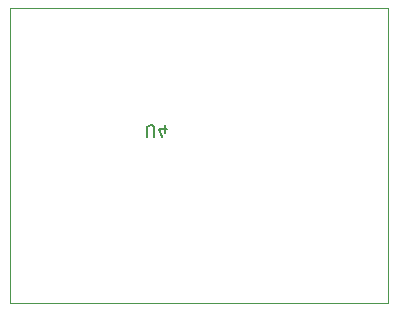
<source format=gbo>
G04 #@! TF.GenerationSoftware,KiCad,Pcbnew,(6.0.4)*
G04 #@! TF.CreationDate,2022-04-24T17:27:05+09:00*
G04 #@! TF.ProjectId,DERC_CanSat_2022,44455243-5f43-4616-9e53-61745f323032,rev?*
G04 #@! TF.SameCoordinates,Original*
G04 #@! TF.FileFunction,Legend,Bot*
G04 #@! TF.FilePolarity,Positive*
%FSLAX46Y46*%
G04 Gerber Fmt 4.6, Leading zero omitted, Abs format (unit mm)*
G04 Created by KiCad (PCBNEW (6.0.4)) date 2022-04-24 17:27:05*
%MOMM*%
%LPD*%
G01*
G04 APERTURE LIST*
%ADD10C,0.150000*%
%ADD11C,0.120000*%
G04 APERTURE END LIST*
D10*
G04 #@! TO.C,U4*
X62153895Y-87798019D02*
X62153895Y-86988495D01*
X62201514Y-86893257D01*
X62249133Y-86845638D01*
X62344371Y-86798019D01*
X62534847Y-86798019D01*
X62630085Y-86845638D01*
X62677704Y-86893257D01*
X62725323Y-86988495D01*
X62725323Y-87798019D01*
X63630085Y-87464685D02*
X63630085Y-86798019D01*
X63391990Y-87845638D02*
X63153895Y-87131352D01*
X63772942Y-87131352D01*
D11*
X50535800Y-101860400D02*
X50535800Y-76860400D01*
X82535800Y-101860400D02*
X50535800Y-101860400D01*
X82535800Y-76860400D02*
X82535800Y-101860400D01*
X50535800Y-76860400D02*
X82535800Y-76860400D01*
G04 #@! TD*
M02*

</source>
